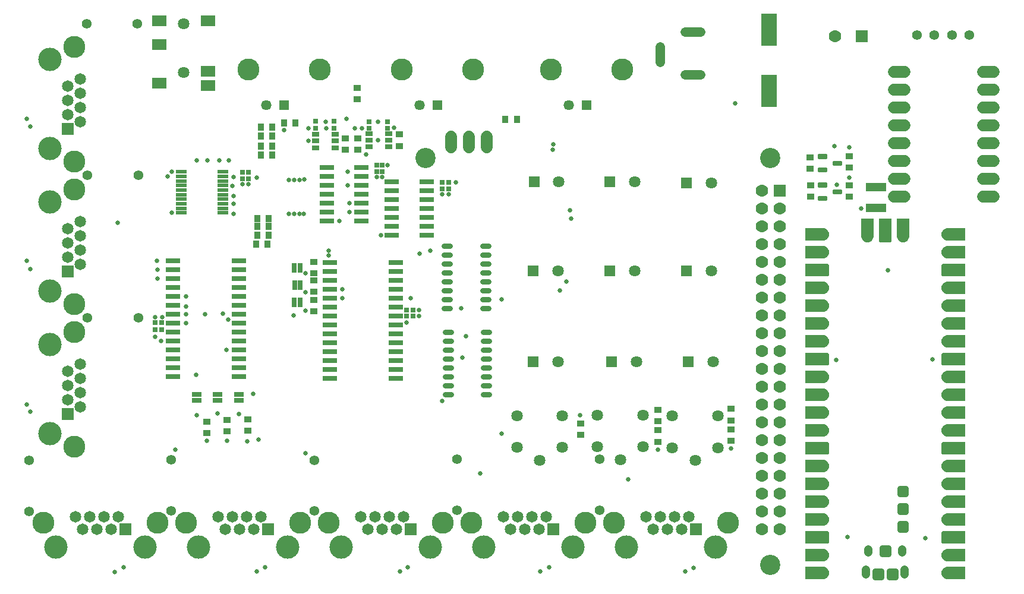
<source format=gbr>
G04 EAGLE Gerber RS-274X export*
G75*
%MOMM*%
%FSLAX34Y34*%
%LPD*%
%INSoldermask Top*%
%IPPOS*%
%AMOC8*
5,1,8,0,0,1.08239X$1,22.5*%
G01*
G04 Define Apertures*
%ADD10C,2.877000*%
%ADD11R,2.127000X1.627000*%
%ADD12C,1.627000*%
%ADD13R,2.842300X1.291600*%
%ADD14R,0.687000X0.756100*%
%ADD15R,2.242300X4.542700*%
%ADD16R,0.756100X0.687000*%
%ADD17R,1.627000X1.627000*%
%ADD18R,2.127000X0.727000*%
%ADD19C,1.651000*%
%ADD20R,0.762000X1.397000*%
%ADD21R,1.397000X0.762000*%
%ADD22R,1.462000X1.462000*%
%ADD23C,1.462000*%
%ADD24C,3.127000*%
%ADD25C,1.651000*%
%ADD26R,1.651000X1.651000*%
%ADD27C,3.327000*%
%ADD28C,1.327000*%
%ADD29C,1.387000*%
%ADD30R,1.100900X0.925700*%
%ADD31R,0.925700X1.100900*%
%ADD32R,1.536700X0.482600*%
%ADD33C,0.732150*%
%ADD34C,1.227000*%
%ADD35C,1.177000*%
%ADD36R,2.108200X0.685800*%
%ADD37C,0.727000*%
%ADD38R,1.777000X1.777000*%
%ADD39C,1.777000*%
%ADD40C,0.276259*%
%ADD41R,1.104900X0.685800*%
%ADD42C,0.652000*%
G36*
X1135808Y75100D02*
X1135808Y93200D01*
X1166861Y93200D01*
X1167537Y93124D01*
X1168182Y92898D01*
X1168760Y92535D01*
X1169243Y92052D01*
X1169607Y91474D01*
X1169832Y90829D01*
X1169908Y90153D01*
X1169908Y78147D01*
X1169832Y77471D01*
X1169607Y76827D01*
X1169243Y76248D01*
X1168760Y75765D01*
X1168182Y75402D01*
X1167537Y75176D01*
X1166861Y75100D01*
X1135808Y75100D01*
G37*
G36*
X1135808Y202100D02*
X1135808Y220200D01*
X1166861Y220200D01*
X1167537Y220124D01*
X1168182Y219898D01*
X1168760Y219535D01*
X1169243Y219052D01*
X1169607Y218474D01*
X1169832Y217829D01*
X1169908Y217153D01*
X1169908Y205147D01*
X1169832Y204471D01*
X1169607Y203827D01*
X1169243Y203248D01*
X1168760Y202765D01*
X1168182Y202402D01*
X1167537Y202176D01*
X1166861Y202100D01*
X1135808Y202100D01*
G37*
G36*
X1135808Y329100D02*
X1135808Y347200D01*
X1166861Y347200D01*
X1167537Y347124D01*
X1168182Y346898D01*
X1168760Y346535D01*
X1169243Y346052D01*
X1169607Y345474D01*
X1169832Y344829D01*
X1169908Y344153D01*
X1169908Y332147D01*
X1169832Y331471D01*
X1169607Y330827D01*
X1169243Y330248D01*
X1168760Y329765D01*
X1168182Y329402D01*
X1167537Y329176D01*
X1166861Y329100D01*
X1135808Y329100D01*
G37*
G36*
X1135808Y456100D02*
X1135808Y474200D01*
X1166861Y474200D01*
X1167537Y474124D01*
X1168182Y473898D01*
X1168760Y473535D01*
X1169243Y473052D01*
X1169607Y472474D01*
X1169832Y471829D01*
X1169908Y471153D01*
X1169908Y459147D01*
X1169832Y458471D01*
X1169607Y457827D01*
X1169243Y457248D01*
X1168760Y456765D01*
X1168182Y456402D01*
X1167537Y456176D01*
X1166861Y456100D01*
X1135808Y456100D01*
G37*
G36*
X1240708Y507647D02*
X1240708Y538700D01*
X1258808Y538700D01*
X1258808Y507647D01*
X1258732Y506971D01*
X1258507Y506327D01*
X1258143Y505748D01*
X1257660Y505265D01*
X1257082Y504902D01*
X1256437Y504676D01*
X1255761Y504600D01*
X1243756Y504600D01*
X1243080Y504676D01*
X1242435Y504902D01*
X1241857Y505265D01*
X1241374Y505748D01*
X1241010Y506327D01*
X1240785Y506971D01*
X1240708Y507647D01*
G37*
G36*
X1331980Y93124D02*
X1332656Y93200D01*
X1363708Y93200D01*
X1363708Y75100D01*
X1332656Y75100D01*
X1331980Y75176D01*
X1331335Y75402D01*
X1330757Y75765D01*
X1330274Y76248D01*
X1329910Y76827D01*
X1329685Y77471D01*
X1329608Y78147D01*
X1329608Y90153D01*
X1329685Y90829D01*
X1329910Y91474D01*
X1330274Y92052D01*
X1330757Y92535D01*
X1331335Y92898D01*
X1331980Y93124D01*
G37*
G36*
X1331980Y220124D02*
X1332656Y220200D01*
X1363708Y220200D01*
X1363708Y202100D01*
X1332656Y202100D01*
X1331980Y202176D01*
X1331335Y202402D01*
X1330757Y202765D01*
X1330274Y203248D01*
X1329910Y203827D01*
X1329685Y204471D01*
X1329608Y205147D01*
X1329608Y217153D01*
X1329685Y217829D01*
X1329910Y218474D01*
X1330274Y219052D01*
X1330757Y219535D01*
X1331335Y219898D01*
X1331980Y220124D01*
G37*
G36*
X1331980Y347124D02*
X1332656Y347200D01*
X1363708Y347200D01*
X1363708Y329100D01*
X1332656Y329100D01*
X1331980Y329176D01*
X1331335Y329402D01*
X1330757Y329765D01*
X1330274Y330248D01*
X1329910Y330827D01*
X1329685Y331471D01*
X1329608Y332147D01*
X1329608Y344153D01*
X1329685Y344829D01*
X1329910Y345474D01*
X1330274Y346052D01*
X1330757Y346535D01*
X1331335Y346898D01*
X1331980Y347124D01*
G37*
G36*
X1331980Y474124D02*
X1332656Y474200D01*
X1363708Y474200D01*
X1363708Y456100D01*
X1332656Y456100D01*
X1331980Y456176D01*
X1331335Y456402D01*
X1330757Y456765D01*
X1330274Y457248D01*
X1329910Y457827D01*
X1329685Y458471D01*
X1329608Y459147D01*
X1329608Y471153D01*
X1329685Y471829D01*
X1329910Y472474D01*
X1330274Y473052D01*
X1330757Y473535D01*
X1331335Y473898D01*
X1331980Y474124D01*
G37*
G36*
X1135808Y24300D02*
X1135808Y42400D01*
X1160861Y42400D01*
X1162624Y42226D01*
X1164322Y41711D01*
X1165886Y40875D01*
X1167258Y39750D01*
X1168383Y38378D01*
X1169220Y36813D01*
X1169735Y35116D01*
X1169909Y33350D01*
X1169735Y31584D01*
X1169220Y29887D01*
X1168383Y28322D01*
X1167258Y26951D01*
X1165886Y25825D01*
X1164322Y24989D01*
X1162624Y24474D01*
X1160861Y24300D01*
X1135808Y24300D01*
G37*
G36*
X1135808Y49700D02*
X1135808Y67800D01*
X1160861Y67800D01*
X1162624Y67626D01*
X1164322Y67111D01*
X1165886Y66275D01*
X1167258Y65150D01*
X1168383Y63778D01*
X1169220Y62213D01*
X1169735Y60516D01*
X1169909Y58750D01*
X1169735Y56984D01*
X1169220Y55287D01*
X1168383Y53722D01*
X1167258Y52351D01*
X1165886Y51225D01*
X1164322Y50389D01*
X1162624Y49874D01*
X1160861Y49700D01*
X1135808Y49700D01*
G37*
G36*
X1135808Y100500D02*
X1135808Y118600D01*
X1160861Y118600D01*
X1162624Y118426D01*
X1164322Y117911D01*
X1165886Y117075D01*
X1167258Y115950D01*
X1168383Y114578D01*
X1169220Y113013D01*
X1169735Y111316D01*
X1169909Y109550D01*
X1169735Y107784D01*
X1169220Y106087D01*
X1168383Y104522D01*
X1167258Y103151D01*
X1165886Y102025D01*
X1164322Y101189D01*
X1162624Y100674D01*
X1160861Y100500D01*
X1135808Y100500D01*
G37*
G36*
X1135808Y125900D02*
X1135808Y144000D01*
X1160861Y144000D01*
X1162624Y143826D01*
X1164322Y143311D01*
X1165886Y142475D01*
X1167258Y141350D01*
X1168383Y139978D01*
X1169220Y138413D01*
X1169735Y136716D01*
X1169909Y134950D01*
X1169735Y133184D01*
X1169220Y131487D01*
X1168383Y129922D01*
X1167258Y128551D01*
X1165886Y127425D01*
X1164322Y126589D01*
X1162624Y126074D01*
X1160861Y125900D01*
X1135808Y125900D01*
G37*
G36*
X1135808Y151300D02*
X1135808Y169400D01*
X1160861Y169400D01*
X1162624Y169226D01*
X1164322Y168711D01*
X1165886Y167875D01*
X1167258Y166750D01*
X1168383Y165378D01*
X1169220Y163813D01*
X1169735Y162116D01*
X1169909Y160350D01*
X1169735Y158584D01*
X1169220Y156887D01*
X1168383Y155322D01*
X1167258Y153951D01*
X1165886Y152825D01*
X1164322Y151989D01*
X1162624Y151474D01*
X1160861Y151300D01*
X1135808Y151300D01*
G37*
G36*
X1135808Y176700D02*
X1135808Y194800D01*
X1160861Y194800D01*
X1162624Y194626D01*
X1164322Y194111D01*
X1165886Y193275D01*
X1167258Y192150D01*
X1168383Y190778D01*
X1169220Y189213D01*
X1169735Y187516D01*
X1169909Y185750D01*
X1169735Y183984D01*
X1169220Y182287D01*
X1168383Y180722D01*
X1167258Y179351D01*
X1165886Y178225D01*
X1164322Y177389D01*
X1162624Y176874D01*
X1160861Y176700D01*
X1135808Y176700D01*
G37*
G36*
X1135808Y227500D02*
X1135808Y245600D01*
X1160861Y245600D01*
X1162624Y245426D01*
X1164322Y244911D01*
X1165886Y244075D01*
X1167258Y242950D01*
X1168383Y241578D01*
X1169220Y240013D01*
X1169735Y238316D01*
X1169909Y236550D01*
X1169735Y234784D01*
X1169220Y233087D01*
X1168383Y231522D01*
X1167258Y230151D01*
X1165886Y229025D01*
X1164322Y228189D01*
X1162624Y227674D01*
X1160861Y227500D01*
X1135808Y227500D01*
G37*
G36*
X1135808Y252900D02*
X1135808Y271000D01*
X1160861Y271000D01*
X1162624Y270826D01*
X1164322Y270311D01*
X1165886Y269475D01*
X1167258Y268350D01*
X1168383Y266978D01*
X1169220Y265413D01*
X1169735Y263716D01*
X1169909Y261950D01*
X1169735Y260184D01*
X1169220Y258487D01*
X1168383Y256922D01*
X1167258Y255551D01*
X1165886Y254425D01*
X1164322Y253589D01*
X1162624Y253074D01*
X1160861Y252900D01*
X1135808Y252900D01*
G37*
G36*
X1135808Y278300D02*
X1135808Y296400D01*
X1160861Y296400D01*
X1162624Y296226D01*
X1164322Y295711D01*
X1165886Y294875D01*
X1167258Y293750D01*
X1168383Y292378D01*
X1169220Y290813D01*
X1169735Y289116D01*
X1169909Y287350D01*
X1169735Y285584D01*
X1169220Y283887D01*
X1168383Y282322D01*
X1167258Y280951D01*
X1165886Y279825D01*
X1164322Y278989D01*
X1162624Y278474D01*
X1160861Y278300D01*
X1135808Y278300D01*
G37*
G36*
X1135808Y303700D02*
X1135808Y321800D01*
X1160861Y321800D01*
X1162624Y321626D01*
X1164322Y321111D01*
X1165886Y320275D01*
X1167258Y319150D01*
X1168383Y317778D01*
X1169220Y316213D01*
X1169735Y314516D01*
X1169909Y312750D01*
X1169735Y310984D01*
X1169220Y309287D01*
X1168383Y307722D01*
X1167258Y306351D01*
X1165886Y305225D01*
X1164322Y304389D01*
X1162624Y303874D01*
X1160861Y303700D01*
X1135808Y303700D01*
G37*
G36*
X1135808Y354500D02*
X1135808Y372600D01*
X1160861Y372600D01*
X1162624Y372426D01*
X1164322Y371911D01*
X1165886Y371075D01*
X1167258Y369950D01*
X1168383Y368578D01*
X1169220Y367013D01*
X1169735Y365316D01*
X1169909Y363550D01*
X1169735Y361784D01*
X1169220Y360087D01*
X1168383Y358522D01*
X1167258Y357151D01*
X1165886Y356025D01*
X1164322Y355189D01*
X1162624Y354674D01*
X1160861Y354500D01*
X1135808Y354500D01*
G37*
G36*
X1135808Y379900D02*
X1135808Y398000D01*
X1160861Y398000D01*
X1162624Y397826D01*
X1164322Y397311D01*
X1165886Y396475D01*
X1167258Y395350D01*
X1168383Y393978D01*
X1169220Y392413D01*
X1169735Y390716D01*
X1169909Y388950D01*
X1169735Y387184D01*
X1169220Y385487D01*
X1168383Y383922D01*
X1167258Y382551D01*
X1165886Y381425D01*
X1164322Y380589D01*
X1162624Y380074D01*
X1160861Y379900D01*
X1135808Y379900D01*
G37*
G36*
X1135808Y405300D02*
X1135808Y423400D01*
X1160861Y423400D01*
X1162624Y423226D01*
X1164322Y422711D01*
X1165886Y421875D01*
X1167258Y420750D01*
X1168383Y419378D01*
X1169220Y417813D01*
X1169735Y416116D01*
X1169909Y414350D01*
X1169735Y412584D01*
X1169220Y410887D01*
X1168383Y409322D01*
X1167258Y407951D01*
X1165886Y406825D01*
X1164322Y405989D01*
X1162624Y405474D01*
X1160861Y405300D01*
X1135808Y405300D01*
G37*
G36*
X1135808Y430700D02*
X1135808Y448800D01*
X1160861Y448800D01*
X1162624Y448626D01*
X1164322Y448111D01*
X1165886Y447275D01*
X1167258Y446150D01*
X1168383Y444778D01*
X1169220Y443213D01*
X1169735Y441516D01*
X1169909Y439750D01*
X1169735Y437984D01*
X1169220Y436287D01*
X1168383Y434722D01*
X1167258Y433351D01*
X1165886Y432225D01*
X1164322Y431389D01*
X1162624Y430874D01*
X1160861Y430700D01*
X1135808Y430700D01*
G37*
G36*
X1135808Y481500D02*
X1135808Y499600D01*
X1160861Y499600D01*
X1162624Y499426D01*
X1164322Y498911D01*
X1165886Y498075D01*
X1167258Y496950D01*
X1168383Y495578D01*
X1169220Y494013D01*
X1169735Y492316D01*
X1169909Y490550D01*
X1169735Y488784D01*
X1169220Y487087D01*
X1168383Y485522D01*
X1167258Y484151D01*
X1165886Y483025D01*
X1164322Y482189D01*
X1162624Y481674D01*
X1160861Y481500D01*
X1135808Y481500D01*
G37*
G36*
X1135808Y506900D02*
X1135808Y525000D01*
X1160861Y525000D01*
X1162624Y524826D01*
X1164322Y524311D01*
X1165886Y523475D01*
X1167258Y522350D01*
X1168383Y520978D01*
X1169220Y519413D01*
X1169735Y517716D01*
X1169909Y515950D01*
X1169735Y514184D01*
X1169220Y512487D01*
X1168383Y510922D01*
X1167258Y509551D01*
X1165886Y508425D01*
X1164322Y507589D01*
X1162624Y507074D01*
X1160861Y506900D01*
X1135808Y506900D01*
G37*
G36*
X1215308Y513648D02*
X1215308Y538700D01*
X1233408Y538700D01*
X1233408Y513648D01*
X1233235Y511884D01*
X1232720Y510187D01*
X1231883Y508622D01*
X1230758Y507251D01*
X1229386Y506125D01*
X1227822Y505289D01*
X1226124Y504774D01*
X1224358Y504600D01*
X1222593Y504774D01*
X1220895Y505289D01*
X1219330Y506125D01*
X1217959Y507251D01*
X1216833Y508622D01*
X1215997Y510187D01*
X1215482Y511884D01*
X1215308Y513648D01*
G37*
G36*
X1266108Y513648D02*
X1266108Y538700D01*
X1284208Y538700D01*
X1284208Y513648D01*
X1284035Y511884D01*
X1283520Y510187D01*
X1282683Y508622D01*
X1281558Y507251D01*
X1280186Y506125D01*
X1278622Y505289D01*
X1276924Y504774D01*
X1275158Y504600D01*
X1273393Y504774D01*
X1271695Y505289D01*
X1270130Y506125D01*
X1268759Y507251D01*
X1267633Y508622D01*
X1266797Y510187D01*
X1266282Y511884D01*
X1266108Y513648D01*
G37*
G36*
X1336893Y42226D02*
X1338656Y42400D01*
X1363708Y42400D01*
X1363708Y24300D01*
X1338656Y24300D01*
X1336893Y24474D01*
X1335195Y24989D01*
X1333630Y25825D01*
X1332259Y26951D01*
X1331133Y28322D01*
X1330297Y29887D01*
X1329782Y31584D01*
X1329608Y33350D01*
X1329782Y35116D01*
X1330297Y36813D01*
X1331133Y38378D01*
X1332259Y39750D01*
X1333630Y40875D01*
X1335195Y41711D01*
X1336893Y42226D01*
G37*
G36*
X1336893Y67626D02*
X1338656Y67800D01*
X1363708Y67800D01*
X1363708Y49700D01*
X1338656Y49700D01*
X1336893Y49874D01*
X1335195Y50389D01*
X1333630Y51225D01*
X1332259Y52351D01*
X1331133Y53722D01*
X1330297Y55287D01*
X1329782Y56984D01*
X1329608Y58750D01*
X1329782Y60516D01*
X1330297Y62213D01*
X1331133Y63778D01*
X1332259Y65150D01*
X1333630Y66275D01*
X1335195Y67111D01*
X1336893Y67626D01*
G37*
G36*
X1336893Y118426D02*
X1338656Y118600D01*
X1363708Y118600D01*
X1363708Y100500D01*
X1338656Y100500D01*
X1336893Y100674D01*
X1335195Y101189D01*
X1333630Y102025D01*
X1332259Y103151D01*
X1331133Y104522D01*
X1330297Y106087D01*
X1329782Y107784D01*
X1329608Y109550D01*
X1329782Y111316D01*
X1330297Y113013D01*
X1331133Y114578D01*
X1332259Y115950D01*
X1333630Y117075D01*
X1335195Y117911D01*
X1336893Y118426D01*
G37*
G36*
X1336893Y143826D02*
X1338656Y144000D01*
X1363708Y144000D01*
X1363708Y125900D01*
X1338656Y125900D01*
X1336893Y126074D01*
X1335195Y126589D01*
X1333630Y127425D01*
X1332259Y128551D01*
X1331133Y129922D01*
X1330297Y131487D01*
X1329782Y133184D01*
X1329608Y134950D01*
X1329782Y136716D01*
X1330297Y138413D01*
X1331133Y139978D01*
X1332259Y141350D01*
X1333630Y142475D01*
X1335195Y143311D01*
X1336893Y143826D01*
G37*
G36*
X1336893Y169226D02*
X1338656Y169400D01*
X1363708Y169400D01*
X1363708Y151300D01*
X1338656Y151300D01*
X1336893Y151474D01*
X1335195Y151989D01*
X1333630Y152825D01*
X1332259Y153951D01*
X1331133Y155322D01*
X1330297Y156887D01*
X1329782Y158584D01*
X1329608Y160350D01*
X1329782Y162116D01*
X1330297Y163813D01*
X1331133Y165378D01*
X1332259Y166750D01*
X1333630Y167875D01*
X1335195Y168711D01*
X1336893Y169226D01*
G37*
G36*
X1336893Y194626D02*
X1338656Y194800D01*
X1363708Y194800D01*
X1363708Y176700D01*
X1338656Y176700D01*
X1336893Y176874D01*
X1335195Y177389D01*
X1333630Y178225D01*
X1332259Y179351D01*
X1331133Y180722D01*
X1330297Y182287D01*
X1329782Y183984D01*
X1329608Y185750D01*
X1329782Y187516D01*
X1330297Y189213D01*
X1331133Y190778D01*
X1332259Y192150D01*
X1333630Y193275D01*
X1335195Y194111D01*
X1336893Y194626D01*
G37*
G36*
X1336893Y245426D02*
X1338656Y245600D01*
X1363708Y245600D01*
X1363708Y227500D01*
X1338656Y227500D01*
X1336893Y227674D01*
X1335195Y228189D01*
X1333630Y229025D01*
X1332259Y230151D01*
X1331133Y231522D01*
X1330297Y233087D01*
X1329782Y234784D01*
X1329608Y236550D01*
X1329782Y238316D01*
X1330297Y240013D01*
X1331133Y241578D01*
X1332259Y242950D01*
X1333630Y244075D01*
X1335195Y244911D01*
X1336893Y245426D01*
G37*
G36*
X1336893Y270826D02*
X1338656Y271000D01*
X1363708Y271000D01*
X1363708Y252900D01*
X1338656Y252900D01*
X1336893Y253074D01*
X1335195Y253589D01*
X1333630Y254425D01*
X1332259Y255551D01*
X1331133Y256922D01*
X1330297Y258487D01*
X1329782Y260184D01*
X1329608Y261950D01*
X1329782Y263716D01*
X1330297Y265413D01*
X1331133Y266978D01*
X1332259Y268350D01*
X1333630Y269475D01*
X1335195Y270311D01*
X1336893Y270826D01*
G37*
G36*
X1336893Y296226D02*
X1338656Y296400D01*
X1363708Y296400D01*
X1363708Y278300D01*
X1338656Y278300D01*
X1336893Y278474D01*
X1335195Y278989D01*
X1333630Y279825D01*
X1332259Y280951D01*
X1331133Y282322D01*
X1330297Y283887D01*
X1329782Y285584D01*
X1329608Y287350D01*
X1329782Y289116D01*
X1330297Y290813D01*
X1331133Y292378D01*
X1332259Y293750D01*
X1333630Y294875D01*
X1335195Y295711D01*
X1336893Y296226D01*
G37*
G36*
X1336893Y321626D02*
X1338656Y321800D01*
X1363708Y321800D01*
X1363708Y303700D01*
X1338656Y303700D01*
X1336893Y303874D01*
X1335195Y304389D01*
X1333630Y305225D01*
X1332259Y306351D01*
X1331133Y307722D01*
X1330297Y309287D01*
X1329782Y310984D01*
X1329608Y312750D01*
X1329782Y314516D01*
X1330297Y316213D01*
X1331133Y317778D01*
X1332259Y319150D01*
X1333630Y320275D01*
X1335195Y321111D01*
X1336893Y321626D01*
G37*
G36*
X1336893Y372426D02*
X1338656Y372600D01*
X1363708Y372600D01*
X1363708Y354500D01*
X1338656Y354500D01*
X1336893Y354674D01*
X1335195Y355189D01*
X1333630Y356025D01*
X1332259Y357151D01*
X1331133Y358522D01*
X1330297Y360087D01*
X1329782Y361784D01*
X1329608Y363550D01*
X1329782Y365316D01*
X1330297Y367013D01*
X1331133Y368578D01*
X1332259Y369950D01*
X1333630Y371075D01*
X1335195Y371911D01*
X1336893Y372426D01*
G37*
G36*
X1336893Y397826D02*
X1338656Y398000D01*
X1363708Y398000D01*
X1363708Y379900D01*
X1338656Y379900D01*
X1336893Y380074D01*
X1335195Y380589D01*
X1333630Y381425D01*
X1332259Y382551D01*
X1331133Y383922D01*
X1330297Y385487D01*
X1329782Y387184D01*
X1329608Y388950D01*
X1329782Y390716D01*
X1330297Y392413D01*
X1331133Y393978D01*
X1332259Y395350D01*
X1333630Y396475D01*
X1335195Y397311D01*
X1336893Y397826D01*
G37*
G36*
X1336893Y423226D02*
X1338656Y423400D01*
X1363708Y423400D01*
X1363708Y405300D01*
X1338656Y405300D01*
X1336893Y405474D01*
X1335195Y405989D01*
X1333630Y406825D01*
X1332259Y407951D01*
X1331133Y409322D01*
X1330297Y410887D01*
X1329782Y412584D01*
X1329608Y414350D01*
X1329782Y416116D01*
X1330297Y417813D01*
X1331133Y419378D01*
X1332259Y420750D01*
X1333630Y421875D01*
X1335195Y422711D01*
X1336893Y423226D01*
G37*
G36*
X1336893Y448626D02*
X1338656Y448800D01*
X1363708Y448800D01*
X1363708Y430700D01*
X1338656Y430700D01*
X1336893Y430874D01*
X1335195Y431389D01*
X1333630Y432225D01*
X1332259Y433351D01*
X1331133Y434722D01*
X1330297Y436287D01*
X1329782Y437984D01*
X1329608Y439750D01*
X1329782Y441516D01*
X1330297Y443213D01*
X1331133Y444778D01*
X1332259Y446150D01*
X1333630Y447275D01*
X1335195Y448111D01*
X1336893Y448626D01*
G37*
G36*
X1336893Y499426D02*
X1338656Y499600D01*
X1363708Y499600D01*
X1363708Y481500D01*
X1338656Y481500D01*
X1336893Y481674D01*
X1335195Y482189D01*
X1333630Y483025D01*
X1332259Y484151D01*
X1331133Y485522D01*
X1330297Y487087D01*
X1329782Y488784D01*
X1329608Y490550D01*
X1329782Y492316D01*
X1330297Y494013D01*
X1331133Y495578D01*
X1332259Y496950D01*
X1333630Y498075D01*
X1335195Y498911D01*
X1336893Y499426D01*
G37*
G36*
X1336893Y524826D02*
X1338656Y525000D01*
X1363708Y525000D01*
X1363708Y506900D01*
X1338656Y506900D01*
X1336893Y507074D01*
X1335195Y507589D01*
X1333630Y508425D01*
X1332259Y509551D01*
X1331133Y510922D01*
X1330297Y512487D01*
X1329782Y514184D01*
X1329608Y515950D01*
X1329782Y517716D01*
X1330297Y519413D01*
X1331133Y520978D01*
X1332259Y522350D01*
X1333630Y523475D01*
X1335195Y524311D01*
X1336893Y524826D01*
G37*
D10*
X1085850Y44450D03*
X594850Y624770D03*
X1085850Y624450D03*
D11*
X285060Y820310D03*
X215060Y820310D03*
X215060Y786310D03*
X215060Y731310D03*
X285060Y748310D03*
X285060Y728310D03*
D12*
X249960Y816410D03*
X249960Y746410D03*
D13*
X1236750Y582974D03*
X1236750Y553466D03*
D14*
X219246Y380260D03*
X209554Y380260D03*
X567694Y408200D03*
X577386Y408200D03*
X567694Y399310D03*
X577386Y399310D03*
D15*
X1084050Y807510D03*
X1084050Y720456D03*
D16*
X525550Y614976D03*
X525550Y605284D03*
X618530Y590356D03*
X618530Y580664D03*
X333780Y604816D03*
X333780Y595124D03*
X533170Y614976D03*
X533170Y605284D03*
X627420Y590356D03*
X627420Y580664D03*
X342670Y604816D03*
X342670Y595124D03*
D14*
X219246Y390420D03*
X209554Y390420D03*
D17*
X969260Y334360D03*
D12*
X1004260Y334360D03*
D18*
X552276Y310410D03*
X552276Y323110D03*
X552276Y335810D03*
X552276Y348510D03*
X552276Y361210D03*
X552276Y373910D03*
X552276Y386610D03*
X552276Y399310D03*
X552276Y412010D03*
X552276Y424710D03*
X552276Y437410D03*
X552276Y450110D03*
X552276Y462810D03*
X552276Y475510D03*
X458276Y475510D03*
X458276Y462810D03*
X458276Y450110D03*
X458276Y437410D03*
X458276Y424710D03*
X458276Y412010D03*
X458276Y399310D03*
X458276Y386610D03*
X458276Y373910D03*
X458276Y361210D03*
X458276Y348510D03*
X458276Y335810D03*
X458276Y323110D03*
X458276Y310410D03*
X234710Y478050D03*
X234710Y465350D03*
X234710Y452650D03*
X234710Y439950D03*
X234710Y427250D03*
X234710Y414550D03*
X234710Y401850D03*
X234710Y389150D03*
X234710Y376450D03*
X234710Y363750D03*
X234710Y351050D03*
X234710Y338350D03*
X234710Y325650D03*
X234710Y312950D03*
X328710Y312950D03*
X328710Y325650D03*
X328710Y338350D03*
X328710Y351050D03*
X328710Y363750D03*
X328710Y376450D03*
X328710Y389150D03*
X328710Y401850D03*
X328710Y414550D03*
X328710Y427250D03*
X328710Y439950D03*
X328710Y452650D03*
X328710Y465350D03*
X328710Y478050D03*
D19*
X1389150Y569490D02*
X1404390Y569490D01*
X1404390Y594890D02*
X1389150Y594890D01*
X1389150Y620290D02*
X1404390Y620290D01*
X1404390Y645690D02*
X1389150Y645690D01*
X1389150Y671090D02*
X1404390Y671090D01*
X1404390Y696490D02*
X1389150Y696490D01*
X1389150Y721890D02*
X1404390Y721890D01*
X1404390Y747290D02*
X1389150Y747290D01*
X1277390Y569490D02*
X1262150Y569490D01*
X1262150Y594890D02*
X1277390Y594890D01*
X1277390Y620290D02*
X1262150Y620290D01*
X1262150Y645690D02*
X1277390Y645690D01*
X1277390Y671090D02*
X1262150Y671090D01*
X1262150Y696490D02*
X1277390Y696490D01*
X1277390Y721890D02*
X1262150Y721890D01*
X1262150Y747290D02*
X1277390Y747290D01*
D20*
X407694Y467948D03*
X415822Y467948D03*
X408411Y443760D03*
X416539Y443760D03*
X407649Y419376D03*
X415777Y419376D03*
D21*
X269010Y279422D03*
X269010Y287550D03*
X298220Y279676D03*
X298220Y287804D03*
X328700Y279676D03*
X328700Y287804D03*
D22*
X393470Y700300D03*
D23*
X368070Y700300D03*
D24*
X444270Y751100D03*
X342670Y751100D03*
D22*
X824000Y700300D03*
D23*
X798600Y700300D03*
D24*
X874800Y751100D03*
X773200Y751100D03*
D25*
X102640Y737130D03*
X102640Y716810D03*
X102640Y696490D03*
X102640Y676170D03*
X84860Y726970D03*
X84860Y706650D03*
X84860Y686330D03*
D26*
X84860Y666010D03*
D27*
X59460Y765070D03*
X59460Y638070D03*
D24*
X94050Y620070D03*
X94050Y783070D03*
D25*
X102640Y533930D03*
X102640Y513610D03*
X102640Y493290D03*
X102640Y472970D03*
X84860Y523770D03*
X84860Y503450D03*
X84860Y483130D03*
D26*
X84860Y462810D03*
D27*
X59460Y561870D03*
X59460Y434870D03*
D24*
X94050Y416870D03*
X94050Y579870D03*
D25*
X102640Y330730D03*
X102640Y310410D03*
X102640Y290090D03*
X102640Y269770D03*
X84860Y320570D03*
X84860Y300250D03*
X84860Y279930D03*
D26*
X84860Y259610D03*
D27*
X59460Y358670D03*
X59460Y231670D03*
D24*
X94050Y213670D03*
X94050Y376670D03*
D25*
X96290Y113560D03*
X116610Y113560D03*
X136930Y113560D03*
X157250Y113560D03*
X106450Y95780D03*
X126770Y95780D03*
X147090Y95780D03*
D26*
X167410Y95780D03*
D27*
X68350Y70380D03*
X195350Y70380D03*
D24*
X213350Y104970D03*
X50350Y104970D03*
D25*
X299490Y113560D03*
X319810Y113560D03*
X340130Y113560D03*
X360450Y113560D03*
X309650Y95780D03*
X329970Y95780D03*
X350290Y95780D03*
D26*
X370610Y95780D03*
D27*
X271550Y70380D03*
X398550Y70380D03*
D24*
X416550Y104970D03*
X253550Y104970D03*
D25*
X502690Y113560D03*
X523010Y113560D03*
X543330Y113560D03*
X563650Y113560D03*
X512850Y95780D03*
X533170Y95780D03*
X553490Y95780D03*
D26*
X573810Y95780D03*
D27*
X474750Y70380D03*
X601750Y70380D03*
D24*
X619750Y104970D03*
X456750Y104970D03*
D25*
X705890Y113560D03*
X726210Y113560D03*
X746530Y113560D03*
X766850Y113560D03*
X716050Y95780D03*
X736370Y95780D03*
X756690Y95780D03*
D26*
X777010Y95780D03*
D27*
X677950Y70380D03*
X804950Y70380D03*
D24*
X822950Y104970D03*
X659950Y104970D03*
D25*
X909090Y113560D03*
X929410Y113560D03*
X949730Y113560D03*
X970050Y113560D03*
X919250Y95780D03*
X939570Y95780D03*
X959890Y95780D03*
D26*
X980210Y95780D03*
D27*
X881150Y70380D03*
X1008150Y70380D03*
D24*
X1026150Y104970D03*
X863150Y104970D03*
D28*
X964410Y804370D02*
X986410Y804370D01*
X929410Y782870D02*
X929410Y760870D01*
X964410Y743370D02*
X986410Y743370D01*
D29*
X1294870Y799870D03*
X1319870Y799870D03*
X1344870Y799870D03*
X1369870Y799870D03*
D30*
X1030280Y267082D03*
X1030280Y250778D03*
D29*
X30250Y121130D03*
X30250Y193530D03*
X232389Y122019D03*
X232389Y194419D03*
X436650Y121810D03*
X436650Y194210D03*
X639850Y123080D03*
X639850Y195480D03*
X843050Y123080D03*
X843050Y195480D03*
D30*
X435507Y434338D03*
X435507Y450642D03*
X926140Y265812D03*
X926140Y249508D03*
X435380Y460153D03*
X435380Y476457D03*
X435380Y406398D03*
X435380Y422702D03*
X312190Y234948D03*
X312190Y251252D03*
X283024Y232823D03*
X283024Y249127D03*
X341444Y235803D03*
X341444Y252107D03*
D31*
X392938Y674900D03*
X409242Y674900D03*
D30*
X1030280Y221568D03*
X1030280Y237872D03*
X926140Y220298D03*
X926140Y236602D03*
X815570Y246382D03*
X815570Y230078D03*
D29*
X112160Y815870D03*
X184560Y815870D03*
X113430Y599970D03*
X185830Y599970D03*
X113430Y396770D03*
X185830Y396770D03*
D32*
X247103Y605089D03*
X247103Y598590D03*
X247103Y592090D03*
X247103Y585590D03*
X247103Y579090D03*
X247103Y572590D03*
X247103Y566090D03*
X247103Y559590D03*
X247103Y553090D03*
X247103Y546591D03*
X306157Y546591D03*
X306157Y553090D03*
X306157Y559590D03*
X306157Y566090D03*
X306157Y572590D03*
X306157Y579090D03*
X306157Y585590D03*
X306157Y592090D03*
X306157Y598590D03*
X306157Y605089D03*
D33*
X1255284Y36124D02*
X1264232Y36124D01*
X1264232Y27176D01*
X1255284Y27176D01*
X1255284Y36124D01*
X1255284Y34132D02*
X1264232Y34132D01*
X1244232Y36124D02*
X1235284Y36124D01*
X1244232Y36124D02*
X1244232Y27176D01*
X1235284Y27176D01*
X1235284Y36124D01*
X1235284Y34132D02*
X1244232Y34132D01*
X1245284Y69124D02*
X1254232Y69124D01*
X1254232Y60176D01*
X1245284Y60176D01*
X1245284Y69124D01*
X1245284Y67132D02*
X1254232Y67132D01*
X1270284Y104124D02*
X1279232Y104124D01*
X1279232Y95176D01*
X1270284Y95176D01*
X1270284Y104124D01*
X1270284Y102132D02*
X1279232Y102132D01*
X1279232Y129124D02*
X1270284Y129124D01*
X1279232Y129124D02*
X1279232Y120176D01*
X1270284Y120176D01*
X1270284Y129124D01*
X1270284Y127132D02*
X1279232Y127132D01*
X1279232Y154124D02*
X1270284Y154124D01*
X1279232Y154124D02*
X1279232Y145176D01*
X1270284Y145176D01*
X1270284Y154124D01*
X1270284Y152132D02*
X1279232Y152132D01*
D34*
X1277008Y38150D02*
X1277008Y31150D01*
X1222508Y31150D02*
X1222508Y38150D01*
D35*
X1274008Y62950D02*
X1274008Y66950D01*
X1225508Y66950D02*
X1225508Y62950D01*
D36*
X453922Y611400D03*
X453922Y598700D03*
X453922Y586000D03*
X453922Y573300D03*
X453922Y560600D03*
X453922Y547900D03*
X453922Y535200D03*
X503198Y535200D03*
X503198Y547900D03*
X503198Y560600D03*
X503198Y573300D03*
X503198Y586000D03*
X503198Y598700D03*
X503198Y611400D03*
X546902Y590590D03*
X546902Y577890D03*
X546902Y565190D03*
X546902Y552490D03*
X546902Y539790D03*
X546902Y527090D03*
X546902Y514390D03*
X596178Y514390D03*
X596178Y527090D03*
X596178Y539790D03*
X596178Y552490D03*
X596178Y565190D03*
X596178Y577890D03*
X596178Y590590D03*
D37*
X621320Y499450D02*
X629820Y499450D01*
X629820Y486750D02*
X621320Y486750D01*
X621320Y474050D02*
X629820Y474050D01*
X629820Y461350D02*
X621320Y461350D01*
X621320Y448650D02*
X629820Y448650D01*
X629820Y435950D02*
X621320Y435950D01*
X621320Y423250D02*
X629820Y423250D01*
X629820Y410550D02*
X621320Y410550D01*
X675820Y410550D02*
X684320Y410550D01*
X684320Y423250D02*
X675820Y423250D01*
X675820Y435950D02*
X684320Y435950D01*
X684320Y448650D02*
X675820Y448650D01*
X675820Y461350D02*
X684320Y461350D01*
X684320Y474050D02*
X675820Y474050D01*
X675820Y486750D02*
X684320Y486750D01*
X684320Y499450D02*
X675820Y499450D01*
X630820Y376450D02*
X622320Y376450D01*
X622320Y363750D02*
X630820Y363750D01*
X630820Y351050D02*
X622320Y351050D01*
X622320Y338350D02*
X630820Y338350D01*
X630820Y325650D02*
X622320Y325650D01*
X622320Y312950D02*
X630820Y312950D01*
X630820Y300250D02*
X622320Y300250D01*
X622320Y287550D02*
X630820Y287550D01*
X676820Y287550D02*
X685320Y287550D01*
X685320Y300250D02*
X676820Y300250D01*
X676820Y312950D02*
X685320Y312950D01*
X685320Y325650D02*
X676820Y325650D01*
X676820Y338350D02*
X685320Y338350D01*
X685320Y351050D02*
X676820Y351050D01*
X676820Y363750D02*
X685320Y363750D01*
X685320Y376450D02*
X676820Y376450D01*
D17*
X749550Y590900D03*
D12*
X784550Y590900D03*
D17*
X857500Y590900D03*
D12*
X892500Y590900D03*
D17*
X966720Y589630D03*
D12*
X1001720Y589630D03*
D17*
X748280Y463900D03*
D12*
X783280Y463900D03*
D17*
X857500Y463900D03*
D12*
X892500Y463900D03*
D17*
X966720Y463900D03*
D12*
X1001720Y463900D03*
D17*
X748280Y334360D03*
D12*
X783280Y334360D03*
D17*
X860040Y334360D03*
D12*
X895040Y334360D03*
D22*
X611910Y700300D03*
D23*
X586510Y700300D03*
D24*
X662710Y751100D03*
X561110Y751100D03*
D31*
X724962Y679680D03*
X708658Y679680D03*
D30*
X480590Y636730D03*
X480590Y653034D03*
X497610Y708658D03*
X497610Y724962D03*
D38*
X1216430Y798090D03*
D39*
X1178330Y798090D03*
D40*
X1165514Y584356D02*
X1154706Y584356D01*
X1154706Y588864D01*
X1165514Y588864D01*
X1165514Y584356D01*
X1165514Y586981D02*
X1154706Y586981D01*
X1175906Y574856D02*
X1186714Y574856D01*
X1175906Y574856D02*
X1175906Y579364D01*
X1186714Y579364D01*
X1186714Y574856D01*
X1186714Y577481D02*
X1175906Y577481D01*
X1165514Y565356D02*
X1154706Y565356D01*
X1154706Y569864D01*
X1165514Y569864D01*
X1165514Y565356D01*
X1165514Y567981D02*
X1154706Y567981D01*
D30*
X1143530Y569928D03*
X1143530Y586232D03*
X1198350Y627682D03*
X1198350Y611378D03*
X1198321Y569468D03*
X1198321Y585772D03*
X1142770Y625902D03*
X1142770Y609598D03*
D40*
X1154706Y624996D02*
X1165514Y624996D01*
X1154706Y624996D02*
X1154706Y629504D01*
X1165514Y629504D01*
X1165514Y624996D01*
X1165514Y627621D02*
X1154706Y627621D01*
X1175906Y615496D02*
X1186714Y615496D01*
X1175906Y615496D02*
X1175906Y620004D01*
X1186714Y620004D01*
X1186714Y615496D01*
X1186714Y618121D02*
X1175906Y618121D01*
X1165514Y605996D02*
X1154706Y605996D01*
X1154706Y610504D01*
X1165514Y610504D01*
X1165514Y605996D01*
X1165514Y608621D02*
X1154706Y608621D01*
D38*
X1099550Y578230D03*
D39*
X1074150Y578230D03*
X1099550Y552830D03*
X1074150Y552830D03*
X1099550Y527430D03*
X1074150Y527430D03*
X1099550Y502030D03*
X1074150Y502030D03*
X1099550Y476630D03*
X1074150Y476630D03*
X1099550Y451230D03*
X1074150Y451230D03*
X1099550Y425830D03*
X1074150Y425830D03*
X1099550Y400430D03*
X1074150Y400430D03*
X1099550Y375030D03*
X1074150Y375030D03*
X1099550Y349630D03*
X1074150Y349630D03*
X1099550Y324230D03*
X1074150Y324230D03*
X1099550Y298830D03*
X1074150Y298830D03*
X1099550Y273430D03*
X1074150Y273430D03*
X1099550Y248030D03*
X1074150Y248030D03*
X1099550Y222630D03*
X1074150Y222630D03*
X1099550Y197230D03*
X1074150Y197230D03*
X1099550Y171830D03*
X1074150Y171830D03*
X1099550Y146430D03*
X1074150Y146430D03*
X1099550Y121030D03*
X1074150Y121030D03*
X1099550Y95630D03*
X1074150Y95630D03*
D19*
X682220Y639750D02*
X682220Y654990D01*
X656820Y654990D02*
X656820Y639750D01*
X631420Y639750D02*
X631420Y654990D01*
D12*
X946460Y256986D03*
X1011460Y256986D03*
X1011460Y211986D03*
X946460Y211986D03*
X978960Y193486D03*
X839780Y258390D03*
X904780Y258390D03*
X904780Y213390D03*
X839780Y213390D03*
X872280Y194890D03*
X724940Y257390D03*
X789940Y257390D03*
X789940Y212390D03*
X724940Y212390D03*
X757440Y193890D03*
D31*
X353407Y502180D03*
X369711Y502180D03*
X354838Y514880D03*
X371142Y514880D03*
X354838Y527580D03*
X371142Y527580D03*
X354838Y538589D03*
X371142Y538589D03*
X359918Y629180D03*
X376222Y629180D03*
X359918Y641880D03*
X376222Y641880D03*
X359918Y655850D03*
X376222Y655850D03*
X359918Y668550D03*
X376222Y668550D03*
D16*
X437920Y667514D03*
X437920Y677206D03*
X464590Y667514D03*
X464590Y677206D03*
D41*
X438468Y658470D03*
X438468Y648970D03*
X438468Y639470D03*
X465772Y639470D03*
X465772Y648970D03*
X465772Y658470D03*
D30*
X557530Y658392D03*
X557530Y642088D03*
X498407Y636773D03*
X498407Y653077D03*
D16*
X514350Y666984D03*
X514350Y676676D03*
X541020Y666984D03*
X541020Y676676D03*
D41*
X514668Y659740D03*
X514668Y650240D03*
X514668Y640740D03*
X541972Y640740D03*
X541972Y650240D03*
X541972Y659740D03*
D42*
X333780Y587270D03*
X342670Y587270D03*
X627420Y572810D03*
X618530Y572810D03*
X1036090Y702840D03*
X1215160Y552980D03*
X1030280Y210670D03*
X533170Y597430D03*
X525550Y597430D03*
X472210Y535200D03*
X233450Y546630D03*
X1306600Y83080D03*
X1196110Y84350D03*
X585240Y408200D03*
X573810Y424710D03*
X645260Y410660D03*
X618260Y278660D03*
X585240Y399911D03*
X282980Y221510D03*
X312190Y221510D03*
X424162Y460270D03*
X423950Y433600D03*
X423950Y406930D03*
X209320Y398040D03*
X209320Y370100D03*
X233450Y605050D03*
X218210Y363750D03*
X321080Y597430D03*
X1345970Y213890D03*
X926140Y209400D03*
X452388Y676434D03*
X340647Y220993D03*
X1179830Y336880D03*
X1253490Y465150D03*
X1316990Y337820D03*
X815340Y257810D03*
X427990Y648970D03*
X531577Y514390D03*
X527050Y676676D03*
X527050Y650240D03*
X494030Y666750D03*
X393302Y664572D03*
X269010Y258340D03*
X298220Y260880D03*
X328700Y259610D03*
X567460Y390420D03*
X476020Y437410D03*
X219480Y398040D03*
X311343Y351050D03*
X407017Y400580D03*
X637557Y589837D03*
X427760Y667280D03*
X1198880Y640080D03*
X1198880Y596900D03*
X354330Y596900D03*
X504190Y666750D03*
X540604Y614861D03*
X227679Y598590D03*
X155980Y532660D03*
X321080Y545360D03*
X349443Y288820D03*
X321080Y559330D03*
X321080Y570760D03*
X319810Y584730D03*
X211828Y478050D03*
X213130Y465350D03*
X280440Y401850D03*
X253770Y427250D03*
X213130Y452650D03*
X423950Y203730D03*
X253770Y413280D03*
X883690Y166900D03*
X253674Y389054D03*
X253770Y401850D03*
X672870Y175367D03*
X313742Y394230D03*
X305840Y403120D03*
X268317Y316183D03*
X238530Y208810D03*
X356640Y223201D03*
X800870Y550250D03*
X802140Y538820D03*
X795550Y449110D03*
X786550Y436140D03*
X703540Y423170D03*
X453160Y667280D03*
X482600Y680720D03*
X549910Y668020D03*
X976645Y40925D03*
X32113Y669697D03*
X32113Y466620D03*
X32113Y263081D03*
X164480Y41763D03*
X366410Y41763D03*
X569365Y41763D03*
X771295Y41763D03*
X703580Y232209D03*
X647700Y340360D03*
X483640Y605050D03*
X314730Y621560D03*
X483640Y586000D03*
X300760Y621560D03*
X486180Y560600D03*
X284250Y621560D03*
X486180Y547900D03*
X269010Y621560D03*
X652780Y370840D03*
X776655Y644561D03*
X456547Y486182D03*
X586510Y488210D03*
X1177060Y641833D03*
X775824Y636503D03*
X457130Y492702D03*
X1181100Y586740D03*
X601377Y492393D03*
X476020Y424710D03*
X510540Y629920D03*
X399820Y593620D03*
X399853Y545563D03*
X407735Y593620D03*
X407643Y545393D03*
X415525Y593620D03*
X414890Y545360D03*
X421443Y545393D03*
X422045Y594043D03*
X26863Y680615D03*
X26863Y478050D03*
X26863Y273580D03*
X152170Y34566D03*
X354100Y35243D03*
X558570Y35243D03*
X757960Y35243D03*
X964970Y35243D03*
M02*

</source>
